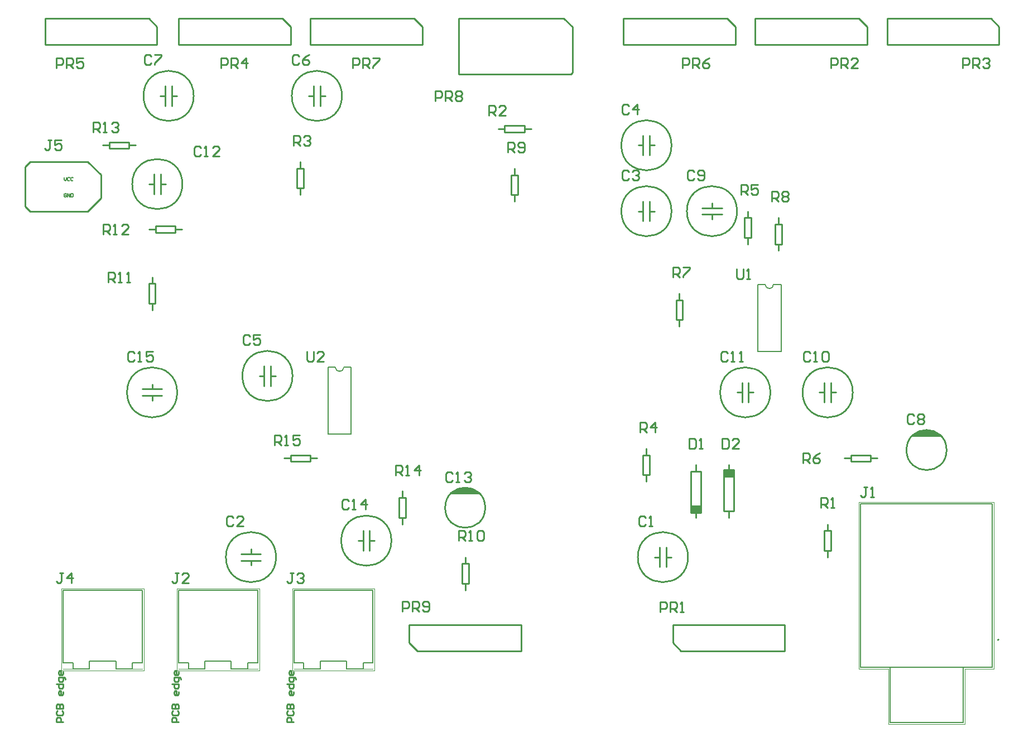
<source format=gto>
G04*
G04 #@! TF.GenerationSoftware,Altium Limited,Altium Designer,20.2.7 (254)*
G04*
G04 Layer_Color=65535*
%FSLAX25Y25*%
%MOIN*%
G70*
G04*
G04 #@! TF.SameCoordinates,07DD798B-C11C-458A-AB0E-1EECFAB96A1D*
G04*
G04*
G04 #@! TF.FilePolarity,Positive*
G04*
G01*
G75*
%ADD10C,0.01000*%
%ADD11C,0.00787*%
%ADD12C,0.00500*%
%ADD13C,0.00000*%
%ADD14C,0.00197*%
G36*
X364336Y208661D02*
X367126D01*
X368602Y207677D01*
X370079D01*
X373031Y204724D01*
X373031Y204724D01*
X355315D01*
X355315Y204724D01*
X355315D01*
X356299Y205709D01*
X356791Y206201D01*
X356791D01*
X358268Y207677D01*
X359252D01*
X360236Y208661D01*
X364010D01*
X364173Y208824D01*
X364336Y208661D01*
D02*
G37*
G36*
X504921Y193898D02*
X499016D01*
Y197835D01*
X504921D01*
Y193898D01*
D02*
G37*
G36*
X639927Y243110D02*
X642717D01*
X644193Y242126D01*
X645669D01*
X648622Y239173D01*
X648622Y239173D01*
X630905D01*
X630905Y239173D01*
X630905D01*
X631890Y240158D01*
X632382Y240650D01*
X632382D01*
X633858Y242126D01*
X634842D01*
X635827Y243110D01*
X639601D01*
X639764Y243273D01*
X639927Y243110D01*
D02*
G37*
G36*
X524606Y215551D02*
X518701D01*
Y219488D01*
X524606D01*
Y215551D01*
D02*
G37*
D10*
X376147Y196850D02*
G03*
X376147Y196850I-11974J0D01*
G01*
X195252Y390222D02*
G03*
X195252Y390222I-14992J0D01*
G01*
X651738Y231299D02*
G03*
X651738Y231299I-11974J0D01*
G01*
X595700Y265748D02*
G03*
X595700Y265748I-14992J0D01*
G01*
X497275Y167323D02*
G03*
X497275Y167323I-14992J0D01*
G01*
X546488Y265748D02*
G03*
X546488Y265748I-14992J0D01*
G01*
X526566Y374016D02*
G03*
X526566Y374016I-14992J0D01*
G01*
X251212Y167323D02*
G03*
X251212Y167323I-14992J0D01*
G01*
X487433Y374016D02*
G03*
X487433Y374016I-14992J0D01*
G01*
Y413386D02*
G03*
X487433Y413386I-14992J0D01*
G01*
X320110Y177165D02*
G03*
X320110Y177165I-14992J0D01*
G01*
X192157Y265748D02*
G03*
X192157Y265748I-14992J0D01*
G01*
X261055Y275590D02*
G03*
X261055Y275590I-14992J0D01*
G01*
X290582Y442913D02*
G03*
X290582Y442913I-14992J0D01*
G01*
X201999D02*
G03*
X201999Y442913I-14992J0D01*
G01*
X101378Y400591D02*
X104331Y403543D01*
X138779D01*
X101378Y376969D02*
X104331Y374016D01*
Y374016D02*
Y374016D01*
Y374016D02*
X138779D01*
X146523Y381760D02*
Y393570D01*
X138779Y374016D02*
X146523Y381760D01*
X101378Y376969D02*
Y400591D01*
X138779Y403543D02*
X146523Y395800D01*
Y388598D02*
Y395800D01*
X683071Y473425D02*
Y484252D01*
X678150Y489173D02*
X683071Y484252D01*
X616142Y489173D02*
X678150D01*
X616142Y473425D02*
Y489173D01*
Y473425D02*
X683071D01*
X604331D02*
Y484252D01*
X599409Y489173D02*
X604331Y484252D01*
X537402Y489173D02*
X599409D01*
X537402Y473425D02*
Y489173D01*
Y473425D02*
X604331D01*
X525591D02*
Y484252D01*
X520669Y489173D02*
X525591Y484252D01*
X458661Y489173D02*
X520669D01*
X458661Y473425D02*
Y489173D01*
Y473425D02*
X525591D01*
X360236Y455709D02*
X427165D01*
X360236D02*
Y489173D01*
X360359Y489296D01*
X423106D01*
X428150Y484252D01*
Y456693D02*
Y484252D01*
X427165Y455709D02*
X428150Y456693D01*
X338583Y473425D02*
Y484252D01*
X333661Y489173D02*
X338583Y484252D01*
X271654Y489173D02*
X333661D01*
X271654Y473425D02*
Y489173D01*
Y473425D02*
X338583D01*
X259810D02*
Y484252D01*
X254889Y489173D02*
X259810Y484252D01*
X192881Y489173D02*
X254889D01*
X192881Y473425D02*
Y489173D01*
Y473425D02*
X259810D01*
X180086D02*
Y484252D01*
X175164Y489173D02*
X180086Y484252D01*
X113156Y489173D02*
X175164D01*
X113156Y473425D02*
Y489173D01*
Y473425D02*
X180086D01*
X330709Y116142D02*
Y126969D01*
Y116142D02*
X335630Y111221D01*
X397638D01*
Y126969D01*
X330709D02*
X397638D01*
X488189Y116142D02*
Y126969D01*
Y116142D02*
X493110Y111221D01*
X555118D01*
Y126969D01*
X488189D02*
X555118D01*
X606299Y224410D02*
Y226378D01*
X594488Y224410D02*
X606299D01*
X594488D02*
Y228346D01*
X606299D01*
Y226378D02*
Y228346D01*
Y226378D02*
X610236D01*
X590551D02*
X594488D01*
X175339Y390222D02*
X178292D01*
Y396127D01*
Y384316D02*
Y396127D01*
X182229Y390222D02*
Y396127D01*
Y384316D02*
Y396127D01*
Y384316D02*
Y390222D01*
X185181D01*
X179246Y363248D02*
Y365216D01*
X191057D01*
Y361279D02*
Y365216D01*
X179246Y361279D02*
X191057D01*
X179246D02*
Y363248D01*
X175309D02*
X179246D01*
X191057D02*
X194994D01*
X175197Y318898D02*
X177165D01*
X175197D02*
Y330709D01*
X179134D01*
Y318898D02*
Y330709D01*
X177165Y318898D02*
X179134D01*
X177165Y314961D02*
Y318898D01*
Y330709D02*
Y334646D01*
X364173Y163386D02*
X366142D01*
Y151575D02*
Y163386D01*
X362205Y151575D02*
X366142D01*
X362205D02*
Y163386D01*
X364173D01*
Y167323D01*
Y147638D02*
Y151575D01*
X578740Y171260D02*
X580709D01*
X578740D02*
Y183071D01*
X582677D01*
Y171260D02*
Y183071D01*
X580709Y171260D02*
X582677D01*
X580709Y167323D02*
Y171260D01*
Y183071D02*
Y187008D01*
X575787Y265748D02*
X578740D01*
Y271654D01*
Y259842D02*
Y271654D01*
X582677Y265748D02*
Y271654D01*
Y259842D02*
Y271654D01*
Y259842D02*
Y265748D01*
X585630D01*
X477362Y167323D02*
X480315D01*
Y173228D01*
Y161417D02*
Y173228D01*
X484252Y167323D02*
Y173228D01*
Y161417D02*
Y173228D01*
Y161417D02*
Y167323D01*
X487205D01*
X470472Y216535D02*
X472441D01*
X470472D02*
Y228346D01*
X474409D01*
Y216535D02*
Y228346D01*
X472441Y216535D02*
X474409D01*
X472441Y212598D02*
Y216535D01*
Y228346D02*
Y232283D01*
X526575Y265748D02*
X529528D01*
Y271654D01*
Y259842D02*
Y271654D01*
X533465Y265748D02*
Y271654D01*
Y259842D02*
Y271654D01*
Y259842D02*
Y265748D01*
X536417D01*
X518701Y215551D02*
X524606D01*
X521654Y194882D02*
X524606D01*
Y219488D01*
X521654D02*
X524606D01*
X521654D02*
Y222441D01*
Y219488D02*
Y222441D01*
X518701Y219488D02*
X521654D01*
X518701Y194882D02*
Y219488D01*
Y194882D02*
X521654D01*
Y190945D02*
Y194882D01*
X499016Y197835D02*
X504921D01*
X499016Y218504D02*
X501968D01*
X499016Y193898D02*
Y218504D01*
Y193898D02*
X501968D01*
Y190945D02*
Y193898D01*
Y190945D02*
Y193898D01*
X504921D01*
Y218504D01*
X501968D02*
X504921D01*
X501968D02*
Y222441D01*
X492126Y320866D02*
X494095D01*
Y309055D02*
Y320866D01*
X490158Y309055D02*
X494095D01*
X490158D02*
Y320866D01*
X492126D01*
Y324803D01*
Y305118D02*
Y309055D01*
X549213Y354331D02*
X551181D01*
X549213D02*
Y366142D01*
X553150D01*
Y354331D02*
Y366142D01*
X551181Y354331D02*
X553150D01*
X551181Y350394D02*
Y354331D01*
Y366142D02*
Y370079D01*
X531020Y358268D02*
X532988D01*
X531020D02*
Y370079D01*
X534957D01*
Y358268D02*
Y370079D01*
X532988Y358268D02*
X534957D01*
X532988Y354331D02*
Y358268D01*
Y370079D02*
Y374016D01*
X511574Y375984D02*
Y378937D01*
Y375984D02*
X517480D01*
X505669D02*
X517480D01*
X511574Y372047D02*
X517480D01*
X505669D02*
X517480D01*
X505669D02*
X511574D01*
Y369094D02*
Y372047D01*
X236221Y169291D02*
Y172244D01*
Y169291D02*
X242126D01*
X230315D02*
X242126D01*
X236221Y165354D02*
X242126D01*
X230315D02*
X242126D01*
X230315D02*
X236221D01*
Y162402D02*
Y165354D01*
X399606Y421260D02*
Y423228D01*
X387795Y421260D02*
X399606D01*
X387795D02*
Y425197D01*
X399606D01*
Y423228D02*
Y425197D01*
Y423228D02*
X403543D01*
X383858D02*
X387795D01*
X467520Y374016D02*
X470472D01*
Y379921D01*
Y368110D02*
Y379921D01*
X474409Y374016D02*
Y379921D01*
Y368110D02*
Y379921D01*
Y368110D02*
Y374016D01*
X477362D01*
X467520Y413386D02*
X470472D01*
Y419291D01*
Y407480D02*
Y419291D01*
X474409Y413386D02*
Y419291D01*
Y407480D02*
Y419291D01*
Y407480D02*
Y413386D01*
X477362D01*
X326532Y202756D02*
X328501D01*
Y190945D02*
Y202756D01*
X324564Y190945D02*
X328501D01*
X324564D02*
Y202756D01*
X326532D01*
Y206693D01*
Y187008D02*
Y190945D01*
X393701Y395669D02*
X395669D01*
Y383858D02*
Y395669D01*
X391732Y383858D02*
X395669D01*
X391732D02*
Y395669D01*
X393701D01*
Y399606D01*
Y379921D02*
Y383858D01*
X300197Y177165D02*
X303150D01*
Y183071D01*
Y171260D02*
Y183071D01*
X307087Y177165D02*
Y183071D01*
Y171260D02*
Y183071D01*
Y171260D02*
Y177165D01*
X310039D01*
X271654Y224410D02*
Y226378D01*
X259842Y224410D02*
X271654D01*
X259842D02*
Y228346D01*
X271654D01*
Y226378D02*
Y228346D01*
Y226378D02*
X275590D01*
X255906D02*
X259842D01*
X177165Y260827D02*
Y263779D01*
X171260D02*
X177165D01*
X171260D02*
X183071D01*
X171260Y267717D02*
X177165D01*
X171260D02*
X183071D01*
X177165D02*
X183071D01*
X177165D02*
Y270669D01*
X248031Y275590D02*
X250984D01*
X248031Y269685D02*
Y275590D01*
Y269685D02*
Y281496D01*
X244094Y269685D02*
Y275590D01*
Y269685D02*
Y281496D01*
Y275590D02*
Y281496D01*
X241142Y275590D02*
X244094D01*
X151575Y413386D02*
Y415354D01*
X163386D01*
Y411417D02*
Y415354D01*
X151575Y411417D02*
X163386D01*
X151575D02*
Y413386D01*
X147638D02*
X151575D01*
X163386D02*
X167323D01*
X265748Y399606D02*
X267717D01*
Y387795D02*
Y399606D01*
X263779Y387795D02*
X267717D01*
X263779D02*
Y399606D01*
X265748D01*
Y403543D01*
Y383858D02*
Y387795D01*
X270669Y442913D02*
X273622D01*
Y448819D01*
Y437008D02*
Y448819D01*
X277559Y442913D02*
Y448819D01*
Y437008D02*
Y448819D01*
Y437008D02*
Y442913D01*
X280512D01*
X182087D02*
X185039D01*
Y448819D01*
Y437008D02*
Y448819D01*
X188976Y442913D02*
Y448819D01*
Y437008D02*
Y448819D01*
Y437008D02*
Y442913D01*
X191929D01*
X117111Y416385D02*
X115111D01*
X116111D01*
Y411386D01*
X115111Y410387D01*
X114111D01*
X113112Y411386D01*
X123109Y416385D02*
X119110D01*
Y413386D01*
X121109Y414386D01*
X122109D01*
X123109Y413386D01*
Y411386D01*
X122109Y410387D01*
X120110D01*
X119110Y411386D01*
X661294Y459599D02*
Y465597D01*
X664293D01*
X665293Y464598D01*
Y462598D01*
X664293Y461599D01*
X661294D01*
X667292Y459599D02*
Y465597D01*
X670291D01*
X671291Y464598D01*
Y462598D01*
X670291Y461599D01*
X667292D01*
X669291D02*
X671291Y459599D01*
X673290Y464598D02*
X674290Y465597D01*
X676289D01*
X677289Y464598D01*
Y463598D01*
X676289Y462598D01*
X675289D01*
X676289D01*
X677289Y461599D01*
Y460599D01*
X676289Y459599D01*
X674290D01*
X673290Y460599D01*
X582554Y459599D02*
Y465597D01*
X585553D01*
X586552Y464598D01*
Y462598D01*
X585553Y461599D01*
X582554D01*
X588552Y459599D02*
Y465597D01*
X591551D01*
X592551Y464598D01*
Y462598D01*
X591551Y461599D01*
X588552D01*
X590551D02*
X592551Y459599D01*
X598549D02*
X594550D01*
X598549Y463598D01*
Y464598D01*
X597549Y465597D01*
X595550D01*
X594550Y464598D01*
X493971Y459599D02*
Y465597D01*
X496970D01*
X497970Y464598D01*
Y462598D01*
X496970Y461599D01*
X493971D01*
X499969Y459599D02*
Y465597D01*
X502968D01*
X503968Y464598D01*
Y462598D01*
X502968Y461599D01*
X499969D01*
X501968D02*
X503968Y459599D01*
X509966Y465597D02*
X507967Y464598D01*
X505967Y462598D01*
Y460599D01*
X506967Y459599D01*
X508966D01*
X509966Y460599D01*
Y461599D01*
X508966Y462598D01*
X505967D01*
X346333Y439914D02*
Y445912D01*
X349332D01*
X350332Y444913D01*
Y442913D01*
X349332Y441914D01*
X346333D01*
X352331Y439914D02*
Y445912D01*
X355330D01*
X356330Y444913D01*
Y442913D01*
X355330Y441914D01*
X352331D01*
X354331D02*
X356330Y439914D01*
X358329Y444913D02*
X359329Y445912D01*
X361329D01*
X362328Y444913D01*
Y443913D01*
X361329Y442913D01*
X362328Y441914D01*
Y440914D01*
X361329Y439914D01*
X359329D01*
X358329Y440914D01*
Y441914D01*
X359329Y442913D01*
X358329Y443913D01*
Y444913D01*
X359329Y442913D02*
X361329D01*
X297121Y459599D02*
Y465597D01*
X300120D01*
X301119Y464598D01*
Y462598D01*
X300120Y461599D01*
X297121D01*
X303119Y459599D02*
Y465597D01*
X306118D01*
X307118Y464598D01*
Y462598D01*
X306118Y461599D01*
X303119D01*
X305118D02*
X307118Y459599D01*
X309117Y465597D02*
X313116D01*
Y464598D01*
X309117Y460599D01*
Y459599D01*
X218380D02*
Y465597D01*
X221380D01*
X222379Y464598D01*
Y462598D01*
X221380Y461599D01*
X218380D01*
X224379Y459599D02*
Y465597D01*
X227378D01*
X228377Y464598D01*
Y462598D01*
X227378Y461599D01*
X224379D01*
X226378D02*
X228377Y459599D01*
X233376D02*
Y465597D01*
X230377Y462598D01*
X234375D01*
X119955Y459599D02*
Y465597D01*
X122954D01*
X123954Y464598D01*
Y462598D01*
X122954Y461599D01*
X119955D01*
X125953Y459599D02*
Y465597D01*
X128952D01*
X129952Y464598D01*
Y462598D01*
X128952Y461599D01*
X125953D01*
X127953D02*
X129952Y459599D01*
X135950Y465597D02*
X131951D01*
Y462598D01*
X133951Y463598D01*
X134950D01*
X135950Y462598D01*
Y460599D01*
X134950Y459599D01*
X132951D01*
X131951Y460599D01*
X356699Y217356D02*
X355699Y218355D01*
X353700D01*
X352700Y217356D01*
Y213357D01*
X353700Y212357D01*
X355699D01*
X356699Y213357D01*
X358698Y212357D02*
X360697D01*
X359698D01*
Y218355D01*
X358698Y217356D01*
X363696D02*
X364696Y218355D01*
X366695D01*
X367695Y217356D01*
Y216356D01*
X366695Y215356D01*
X365696D01*
X366695D01*
X367695Y214357D01*
Y213357D01*
X366695Y212357D01*
X364696D01*
X363696Y213357D01*
X326648Y134796D02*
Y140794D01*
X329647D01*
X330647Y139795D01*
Y137795D01*
X329647Y136796D01*
X326648D01*
X332646Y134796D02*
Y140794D01*
X335645D01*
X336645Y139795D01*
Y137795D01*
X335645Y136796D01*
X332646D01*
X334646D02*
X336645Y134796D01*
X338644Y135796D02*
X339644Y134796D01*
X341643D01*
X342643Y135796D01*
Y139795D01*
X341643Y140794D01*
X339644D01*
X338644Y139795D01*
Y138795D01*
X339644Y137795D01*
X342643D01*
X480630Y134626D02*
Y140624D01*
X483629D01*
X484629Y139624D01*
Y137625D01*
X483629Y136625D01*
X480630D01*
X486628Y134626D02*
Y140624D01*
X489627D01*
X490627Y139624D01*
Y137625D01*
X489627Y136625D01*
X486628D01*
X488628D02*
X490627Y134626D01*
X492626D02*
X494626D01*
X493626D01*
Y140624D01*
X492626Y139624D01*
X565868Y223379D02*
Y229377D01*
X568867D01*
X569867Y228377D01*
Y226378D01*
X568867Y225378D01*
X565868D01*
X567867D02*
X569867Y223379D01*
X575865Y229377D02*
X573865Y228377D01*
X571866Y226378D01*
Y224379D01*
X572865Y223379D01*
X574865D01*
X575865Y224379D01*
Y225378D01*
X574865Y226378D01*
X571866D01*
X206289Y411906D02*
X205289Y412906D01*
X203290D01*
X202290Y411906D01*
Y407908D01*
X203290Y406908D01*
X205289D01*
X206289Y407908D01*
X208288Y406908D02*
X210288D01*
X209288D01*
Y412906D01*
X208288Y411906D01*
X217285Y406908D02*
X213287D01*
X217285Y410907D01*
Y411906D01*
X216286Y412906D01*
X214286D01*
X213287Y411906D01*
X148126Y360249D02*
Y366247D01*
X151125D01*
X152125Y365247D01*
Y363248D01*
X151125Y362248D01*
X148126D01*
X150125D02*
X152125Y360249D01*
X154124D02*
X156123D01*
X155124D01*
Y366247D01*
X154124Y365247D01*
X163121Y360249D02*
X159123D01*
X163121Y364247D01*
Y365247D01*
X162121Y366247D01*
X160122D01*
X159123Y365247D01*
X150982Y331647D02*
Y337645D01*
X153981D01*
X154981Y336645D01*
Y334646D01*
X153981Y333646D01*
X150982D01*
X152982D02*
X154981Y331647D01*
X156981D02*
X158980D01*
X157980D01*
Y337645D01*
X156981Y336645D01*
X161979Y331647D02*
X163978D01*
X162978D01*
Y337645D01*
X161979Y336645D01*
X261782Y157758D02*
X259782D01*
X260782D01*
Y152760D01*
X259782Y151760D01*
X258783D01*
X257783Y152760D01*
X263781Y156759D02*
X264781Y157758D01*
X266780D01*
X267780Y156759D01*
Y155759D01*
X266780Y154759D01*
X265780D01*
X266780D01*
X267780Y153760D01*
Y152760D01*
X266780Y151760D01*
X264781D01*
X263781Y152760D01*
X192884Y157758D02*
X190885D01*
X191885D01*
Y152760D01*
X190885Y151760D01*
X189885D01*
X188885Y152760D01*
X198882Y151760D02*
X194884D01*
X198882Y155759D01*
Y156759D01*
X197882Y157758D01*
X195883D01*
X194884Y156759D01*
X604313Y209258D02*
X602313D01*
X603313D01*
Y204260D01*
X602313Y203260D01*
X601313D01*
X600314Y204260D01*
X606312Y203260D02*
X608311D01*
X607311D01*
Y209258D01*
X606312Y208259D01*
X360258Y177058D02*
Y183055D01*
X363257D01*
X364256Y182056D01*
Y180057D01*
X363257Y179057D01*
X360258D01*
X362257D02*
X364256Y177058D01*
X366255D02*
X368255D01*
X367255D01*
Y183055D01*
X366255Y182056D01*
X371254D02*
X372254Y183055D01*
X374253D01*
X375253Y182056D01*
Y178057D01*
X374253Y177058D01*
X372254D01*
X371254Y178057D01*
Y182056D01*
X632299Y251783D02*
X631299Y252783D01*
X629300D01*
X628300Y251783D01*
Y247785D01*
X629300Y246785D01*
X631299D01*
X632299Y247785D01*
X634298Y251783D02*
X635298Y252783D01*
X637297D01*
X638297Y251783D01*
Y250784D01*
X637297Y249784D01*
X638297Y248784D01*
Y247785D01*
X637297Y246785D01*
X635298D01*
X634298Y247785D01*
Y248784D01*
X635298Y249784D01*
X634298Y250784D01*
Y251783D01*
X635298Y249784D02*
X637297D01*
X576759Y196715D02*
Y202713D01*
X579758D01*
X580757Y201714D01*
Y199714D01*
X579758Y198715D01*
X576759D01*
X578758D02*
X580757Y196715D01*
X582757D02*
X584756D01*
X583756D01*
Y202713D01*
X582757Y201714D01*
X570257Y289196D02*
X569258Y290196D01*
X567258D01*
X566259Y289196D01*
Y285198D01*
X567258Y284198D01*
X569258D01*
X570257Y285198D01*
X572257Y284198D02*
X574256D01*
X573256D01*
Y290196D01*
X572257Y289196D01*
X577255D02*
X578255Y290196D01*
X580254D01*
X581254Y289196D01*
Y285198D01*
X580254Y284198D01*
X578255D01*
X577255Y285198D01*
Y289196D01*
X526359Y339624D02*
Y334625D01*
X527358Y333626D01*
X529358D01*
X530357Y334625D01*
Y339624D01*
X532357Y333626D02*
X534356D01*
X533356D01*
Y339624D01*
X532357Y338624D01*
X471832Y190771D02*
X470832Y191771D01*
X468833D01*
X467834Y190771D01*
Y186773D01*
X468833Y185773D01*
X470832D01*
X471832Y186773D01*
X473832Y185773D02*
X475831D01*
X474831D01*
Y191771D01*
X473832Y190771D01*
X468491Y241991D02*
Y247989D01*
X471490D01*
X472490Y246989D01*
Y244990D01*
X471490Y243990D01*
X468491D01*
X470490D02*
X472490Y241991D01*
X477488D02*
Y247989D01*
X474489Y244990D01*
X478488D01*
X520984Y289198D02*
X519984Y290198D01*
X517985D01*
X516985Y289198D01*
Y285200D01*
X517985Y284200D01*
X519984D01*
X520984Y285200D01*
X522983Y284200D02*
X524982D01*
X523983D01*
Y290198D01*
X522983Y289198D01*
X527982Y284200D02*
X529981D01*
X528981D01*
Y290198D01*
X527982Y289198D01*
X517503Y238156D02*
Y232158D01*
X520503D01*
X521502Y233157D01*
Y237156D01*
X520503Y238156D01*
X517503D01*
X527500Y232158D02*
X523502D01*
X527500Y236157D01*
Y237156D01*
X526501Y238156D01*
X524501D01*
X523502Y237156D01*
X498000Y238126D02*
Y232128D01*
X500999D01*
X501999Y233127D01*
Y237126D01*
X500999Y238126D01*
X498000D01*
X503998Y232128D02*
X505997D01*
X504998D01*
Y238126D01*
X503998Y237126D01*
X488215Y334469D02*
Y340467D01*
X491214D01*
X492214Y339468D01*
Y337468D01*
X491214Y336468D01*
X488215D01*
X490214D02*
X492214Y334469D01*
X494213Y340467D02*
X498212D01*
Y339468D01*
X494213Y335469D01*
Y334469D01*
X547229Y379763D02*
Y385761D01*
X550228D01*
X551228Y384761D01*
Y382762D01*
X550228Y381762D01*
X547229D01*
X549228D02*
X551228Y379763D01*
X553227Y384761D02*
X554227Y385761D01*
X556226D01*
X557226Y384761D01*
Y383762D01*
X556226Y382762D01*
X557226Y381762D01*
Y380763D01*
X556226Y379763D01*
X554227D01*
X553227Y380763D01*
Y381762D01*
X554227Y382762D01*
X553227Y383762D01*
Y384761D01*
X554227Y382762D02*
X556226D01*
X529038Y383723D02*
Y389721D01*
X532037D01*
X533037Y388722D01*
Y386722D01*
X532037Y385723D01*
X529038D01*
X531037D02*
X533037Y383723D01*
X539035Y389721D02*
X535036D01*
Y386722D01*
X537036Y387722D01*
X538035D01*
X539035Y386722D01*
Y384723D01*
X538035Y383723D01*
X536036D01*
X535036Y384723D01*
X501099Y397498D02*
X500099Y398498D01*
X498100D01*
X497100Y397498D01*
Y393500D01*
X498100Y392500D01*
X500099D01*
X501099Y393500D01*
X503098D02*
X504098Y392500D01*
X506097D01*
X507097Y393500D01*
Y397498D01*
X506097Y398498D01*
X504098D01*
X503098Y397498D01*
Y396499D01*
X504098Y395499D01*
X507097D01*
X225716Y190763D02*
X224716Y191763D01*
X222717D01*
X221717Y190763D01*
Y186764D01*
X222717Y185765D01*
X224716D01*
X225716Y186764D01*
X231714Y185765D02*
X227715D01*
X231714Y189763D01*
Y190763D01*
X230714Y191763D01*
X228715D01*
X227715Y190763D01*
X378200Y431185D02*
Y437183D01*
X381199D01*
X382199Y436183D01*
Y434184D01*
X381199Y433184D01*
X378200D01*
X380199D02*
X382199Y431185D01*
X388197D02*
X384198D01*
X388197Y435184D01*
Y436183D01*
X387197Y437183D01*
X385198D01*
X384198Y436183D01*
X461990Y397464D02*
X460990Y398464D01*
X458991D01*
X457991Y397464D01*
Y393465D01*
X458991Y392466D01*
X460990D01*
X461990Y393465D01*
X463989Y397464D02*
X464989Y398464D01*
X466988D01*
X467988Y397464D01*
Y396464D01*
X466988Y395465D01*
X465988D01*
X466988D01*
X467988Y394465D01*
Y393465D01*
X466988Y392466D01*
X464989D01*
X463989Y393465D01*
X461957Y436856D02*
X460957Y437855D01*
X458958D01*
X457958Y436856D01*
Y432857D01*
X458958Y431857D01*
X460957D01*
X461957Y432857D01*
X466955Y431857D02*
Y437855D01*
X463956Y434857D01*
X467955D01*
X322629Y216357D02*
Y222356D01*
X325628D01*
X326628Y221356D01*
Y219356D01*
X325628Y218357D01*
X322629D01*
X324628D02*
X326628Y216357D01*
X328627D02*
X330626D01*
X329627D01*
Y222356D01*
X328627Y221356D01*
X336624Y216357D02*
Y222356D01*
X333625Y219356D01*
X337624D01*
X389800Y409291D02*
Y415289D01*
X392799D01*
X393799Y414289D01*
Y412290D01*
X392799Y411290D01*
X389800D01*
X391799D02*
X393799Y409291D01*
X395798Y410290D02*
X396798Y409291D01*
X398797D01*
X399797Y410290D01*
Y414289D01*
X398797Y415289D01*
X396798D01*
X395798Y414289D01*
Y413289D01*
X396798Y412290D01*
X399797D01*
X294599Y200698D02*
X293599Y201698D01*
X291600D01*
X290600Y200698D01*
Y196700D01*
X291600Y195700D01*
X293599D01*
X294599Y196700D01*
X296598Y195700D02*
X298597D01*
X297598D01*
Y201698D01*
X296598Y200698D01*
X304595Y195700D02*
Y201698D01*
X301596Y198699D01*
X305595D01*
X269700Y290111D02*
Y285112D01*
X270699Y284113D01*
X272699D01*
X273698Y285112D01*
Y290111D01*
X279696Y284113D02*
X275698D01*
X279696Y288111D01*
Y289111D01*
X278697Y290111D01*
X276697D01*
X275698Y289111D01*
X250172Y234343D02*
Y240341D01*
X253171D01*
X254171Y239341D01*
Y237342D01*
X253171Y236342D01*
X250172D01*
X252172D02*
X254171Y234343D01*
X256171D02*
X258170D01*
X257170D01*
Y240341D01*
X256171Y239341D01*
X265168Y240341D02*
X261169D01*
Y237342D01*
X263168Y238341D01*
X264168D01*
X265168Y237342D01*
Y235342D01*
X264168Y234343D01*
X262169D01*
X261169Y235342D01*
X166686Y289218D02*
X165686Y290218D01*
X163687D01*
X162687Y289218D01*
Y285220D01*
X163687Y284220D01*
X165686D01*
X166686Y285220D01*
X168685Y284220D02*
X170685D01*
X169685D01*
Y290218D01*
X168685Y289218D01*
X177682Y290218D02*
X173684D01*
Y287219D01*
X175683Y288218D01*
X176683D01*
X177682Y287219D01*
Y285220D01*
X176683Y284220D01*
X174683D01*
X173684Y285220D01*
X235541Y299098D02*
X234542Y300098D01*
X232542D01*
X231542Y299098D01*
Y295100D01*
X232542Y294100D01*
X234542D01*
X235541Y295100D01*
X241539Y300098D02*
X237541D01*
Y297099D01*
X239540Y298099D01*
X240540D01*
X241539Y297099D01*
Y295100D01*
X240540Y294100D01*
X238540D01*
X237541Y295100D01*
X141957Y421285D02*
Y427283D01*
X144957D01*
X145956Y426283D01*
Y424284D01*
X144957Y423284D01*
X141957D01*
X143957D02*
X145956Y421285D01*
X147956D02*
X149955D01*
X148955D01*
Y427283D01*
X147956Y426283D01*
X152954D02*
X153954Y427283D01*
X155953D01*
X156953Y426283D01*
Y425284D01*
X155953Y424284D01*
X154953D01*
X155953D01*
X156953Y423284D01*
Y422285D01*
X155953Y421285D01*
X153954D01*
X152954Y422285D01*
X261800Y413258D02*
Y419255D01*
X264799D01*
X265799Y418256D01*
Y416257D01*
X264799Y415257D01*
X261800D01*
X263799D02*
X265799Y413258D01*
X267798Y418256D02*
X268798Y419255D01*
X270797D01*
X271797Y418256D01*
Y417256D01*
X270797Y416257D01*
X269797D01*
X270797D01*
X271797Y415257D01*
Y414257D01*
X270797Y413258D01*
X268798D01*
X267798Y414257D01*
X265139Y466362D02*
X264140Y467361D01*
X262140D01*
X261140Y466362D01*
Y462363D01*
X262140Y461363D01*
X264140D01*
X265139Y462363D01*
X271137Y467361D02*
X269138Y466362D01*
X267139Y464362D01*
Y462363D01*
X268138Y461363D01*
X270138D01*
X271137Y462363D01*
Y463363D01*
X270138Y464362D01*
X267139D01*
X123986Y157758D02*
X121987D01*
X122987D01*
Y152760D01*
X121987Y151760D01*
X120987D01*
X119988Y152760D01*
X128985Y151760D02*
Y157758D01*
X125986Y154759D01*
X129985D01*
X176557Y466362D02*
X175557Y467361D01*
X173557D01*
X172558Y466362D01*
Y462363D01*
X173557Y461363D01*
X175557D01*
X176557Y462363D01*
X178556Y467361D02*
X182555D01*
Y466362D01*
X178556Y462363D01*
Y461363D01*
X261807Y68889D02*
X257807D01*
Y70888D01*
X258474Y71555D01*
X259807D01*
X260473Y70888D01*
Y68889D01*
X258474Y75554D02*
X257807Y74888D01*
Y73555D01*
X258474Y72888D01*
X261140D01*
X261807Y73555D01*
Y74888D01*
X261140Y75554D01*
X257807Y76888D02*
X261807D01*
Y78887D01*
X261140Y79554D01*
X260473D01*
X259807Y78887D01*
Y76888D01*
Y78887D01*
X259140Y79554D01*
X258474D01*
X257807Y78887D01*
Y76888D01*
X261807Y86886D02*
Y85553D01*
X261140Y84886D01*
X259807D01*
X259140Y85553D01*
Y86886D01*
X259807Y87553D01*
X260473D01*
Y84886D01*
X257807Y91552D02*
X261807D01*
Y89552D01*
X261140Y88886D01*
X259807D01*
X259140Y89552D01*
Y91552D01*
X263140Y94218D02*
Y94885D01*
X262473Y95552D01*
X259140D01*
Y93552D01*
X259807Y92885D01*
X261140D01*
X261807Y93552D01*
Y95552D01*
Y98884D02*
Y97551D01*
X261140Y96885D01*
X259807D01*
X259140Y97551D01*
Y98884D01*
X259807Y99551D01*
X260473D01*
Y96885D01*
X192909Y68889D02*
X188909D01*
Y70888D01*
X189576Y71555D01*
X190909D01*
X191576Y70888D01*
Y68889D01*
X189576Y75554D02*
X188909Y74888D01*
Y73555D01*
X189576Y72888D01*
X192242D01*
X192909Y73555D01*
Y74888D01*
X192242Y75554D01*
X188909Y76888D02*
X192909D01*
Y78887D01*
X192242Y79554D01*
X191576D01*
X190909Y78887D01*
Y76888D01*
Y78887D01*
X190243Y79554D01*
X189576D01*
X188909Y78887D01*
Y76888D01*
X192909Y86886D02*
Y85553D01*
X192242Y84886D01*
X190909D01*
X190243Y85553D01*
Y86886D01*
X190909Y87553D01*
X191576D01*
Y84886D01*
X188909Y91552D02*
X192909D01*
Y89552D01*
X192242Y88886D01*
X190909D01*
X190243Y89552D01*
Y91552D01*
X194242Y94218D02*
Y94885D01*
X193576Y95552D01*
X190243D01*
Y93552D01*
X190909Y92885D01*
X192242D01*
X192909Y93552D01*
Y95552D01*
Y98884D02*
Y97551D01*
X192242Y96885D01*
X190909D01*
X190243Y97551D01*
Y98884D01*
X190909Y99551D01*
X191576D01*
Y96885D01*
X124011Y68889D02*
X120012D01*
Y70888D01*
X120678Y71555D01*
X122012D01*
X122678Y70888D01*
Y68889D01*
X120678Y75554D02*
X120012Y74888D01*
Y73555D01*
X120678Y72888D01*
X123345D01*
X124011Y73555D01*
Y74888D01*
X123345Y75554D01*
X120012Y76888D02*
X124011D01*
Y78887D01*
X123345Y79554D01*
X122678D01*
X122012Y78887D01*
Y76888D01*
Y78887D01*
X121345Y79554D01*
X120678D01*
X120012Y78887D01*
Y76888D01*
X124011Y86886D02*
Y85553D01*
X123345Y84886D01*
X122012D01*
X121345Y85553D01*
Y86886D01*
X122012Y87553D01*
X122678D01*
Y84886D01*
X120012Y91552D02*
X124011D01*
Y89552D01*
X123345Y88886D01*
X122012D01*
X121345Y89552D01*
Y91552D01*
X125345Y94218D02*
Y94885D01*
X124678Y95552D01*
X121345D01*
Y93552D01*
X122012Y92885D01*
X123345D01*
X124011Y93552D01*
Y95552D01*
Y98884D02*
Y97551D01*
X123345Y96885D01*
X122012D01*
X121345Y97551D01*
Y98884D01*
X122012Y99551D01*
X122678D01*
Y96885D01*
D11*
X682992Y117953D02*
G03*
X682992Y117953I-394J0D01*
G01*
X543366Y330276D02*
G03*
X548366Y330276I2500J0D01*
G01*
X286633Y280748D02*
G03*
X291633Y280748I2500J0D01*
G01*
X538917Y330276D02*
X543366D01*
X548366D02*
X552815D01*
Y290276D02*
Y330276D01*
X538917Y290276D02*
X552815D01*
X538917D02*
Y330276D01*
X282184Y280748D02*
X286633D01*
X291633D02*
X296082D01*
Y240748D02*
Y280748D01*
X282184Y240748D02*
X296082D01*
X282184D02*
Y280748D01*
X682992Y117953D02*
G03*
X682992Y117953I-394J0D01*
G01*
D12*
X261811Y147638D02*
X309055D01*
Y104331D02*
Y147638D01*
X261811Y104331D02*
Y147638D01*
Y104331D02*
X267717D01*
Y100787D02*
Y104331D01*
X303150D02*
X309055D01*
X303150Y100787D02*
Y104331D01*
X192913Y147638D02*
X240158D01*
Y104331D02*
Y147638D01*
X192913Y104331D02*
Y147638D01*
Y104331D02*
X198819D01*
Y100787D02*
Y104331D01*
X234252D02*
X240158D01*
X234252Y100787D02*
Y104331D01*
X679134Y101575D02*
Y199213D01*
X600394D02*
X679134D01*
X600394Y101575D02*
Y199213D01*
Y101575D02*
X617889D01*
Y68504D02*
Y101575D01*
Y68504D02*
X661639D01*
Y101575D01*
X679134D01*
X124016Y147638D02*
X171260D01*
Y104331D02*
Y147638D01*
X124016Y104331D02*
Y147638D01*
Y104331D02*
X129921D01*
Y100787D02*
Y104331D01*
X165354D02*
X171260D01*
X165354Y100787D02*
Y104331D01*
X125849Y384056D02*
X125515Y384389D01*
X124849D01*
X124516Y384056D01*
Y382723D01*
X124849Y382390D01*
X125515D01*
X125849Y382723D01*
Y383389D01*
X125182D01*
X126515Y382390D02*
Y384389D01*
X127848Y382390D01*
Y384389D01*
X128515D02*
Y382390D01*
X129514D01*
X129847Y382723D01*
Y384056D01*
X129514Y384389D01*
X128515D01*
X124516Y394232D02*
Y392899D01*
X125182Y392232D01*
X125849Y392899D01*
Y394232D01*
X127848Y393898D02*
X127515Y394232D01*
X126848D01*
X126515Y393898D01*
Y392565D01*
X126848Y392232D01*
X127515D01*
X127848Y392565D01*
X129847Y393898D02*
X129514Y394232D01*
X128848D01*
X128515Y393898D01*
Y392565D01*
X128848Y392232D01*
X129514D01*
X129847Y392565D01*
X261811Y104331D02*
Y147638D01*
X309055D01*
Y104331D02*
Y147638D01*
X261811Y104331D02*
X267717D01*
Y100394D02*
Y104331D01*
Y100394D02*
X277559D01*
Y105118D01*
X293307D01*
Y100394D02*
Y105118D01*
Y100394D02*
X303150D01*
Y104331D01*
X309055D01*
X192913D02*
Y147638D01*
X240158D01*
Y104331D02*
Y147638D01*
X192913Y104331D02*
X198819D01*
Y100394D02*
Y104331D01*
Y100394D02*
X208661D01*
Y105118D01*
X224410D01*
Y100394D02*
Y105118D01*
Y100394D02*
X234252D01*
Y104331D01*
X240158D01*
X679134Y101575D02*
Y199213D01*
X600394D02*
X679134D01*
X600394Y101575D02*
Y199213D01*
Y101575D02*
X617889D01*
Y68504D02*
Y101575D01*
Y68504D02*
X661639D01*
Y101575D01*
X679134D01*
X617889D02*
X661639D01*
X124016Y104331D02*
Y147638D01*
X171260D01*
Y104331D02*
Y147638D01*
X124016Y104331D02*
X129921D01*
Y100394D02*
Y104331D01*
Y100394D02*
X139764D01*
Y105118D01*
X155512D01*
Y100394D02*
Y105118D01*
Y100394D02*
X165354D01*
Y104331D01*
X171260D01*
D13*
X261811Y100394D02*
X277559D01*
Y105118D01*
X293307D01*
Y100394D02*
Y105118D01*
Y100394D02*
X309055D01*
X192913D02*
X208661D01*
Y105118D01*
X224410D01*
Y100394D02*
Y105118D01*
Y100394D02*
X240158D01*
X124016D02*
X139764D01*
Y105118D01*
X155512D01*
Y100394D02*
Y105118D01*
Y100394D02*
X171260D01*
D14*
X260827Y148622D02*
X310039D01*
Y99410D02*
Y148622D01*
X260827Y99410D02*
X310039D01*
X260827D02*
Y148622D01*
X191929D02*
X241142D01*
Y99410D02*
Y148622D01*
X191929Y99410D02*
X241142D01*
X191929D02*
Y148622D01*
X680118Y100591D02*
Y200197D01*
X599409D02*
X680118D01*
X599409Y100591D02*
Y200197D01*
Y100591D02*
X616904D01*
Y67520D02*
Y100591D01*
Y67520D02*
X662623D01*
Y100591D01*
X680118D01*
X123031Y148622D02*
X172244D01*
Y99410D02*
Y148622D01*
X123031Y99410D02*
X172244D01*
X123031D02*
Y148622D01*
M02*

</source>
